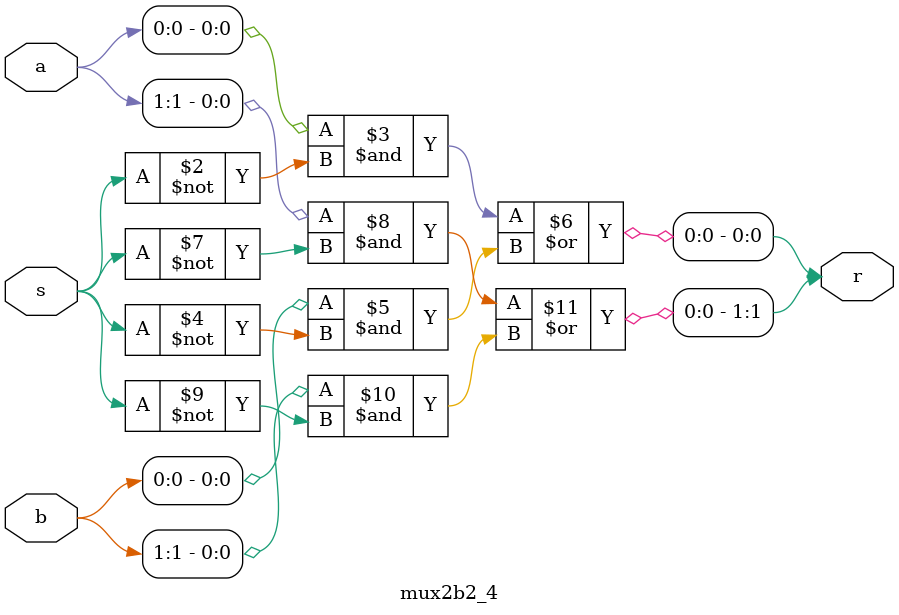
<source format=v>
`timescale 1ns / 1ps
module mux2b2_4(
	input [1:0] a,
	input [1:0] b,
	input s,
	output [1:0] r
    );

	//assign r = (s == 0) ? a : b;
	always @ (a, b, s) //a triger to change
	begin
//		if (s==0)
	//		r=a;
		//else
			//r=b;
		
		r[0]=(a[0]& ~s)|(b[0]& ~s);
		r[1]=(a[1]& ~s)|(b[1]& ~s);
		end

endmodule

</source>
